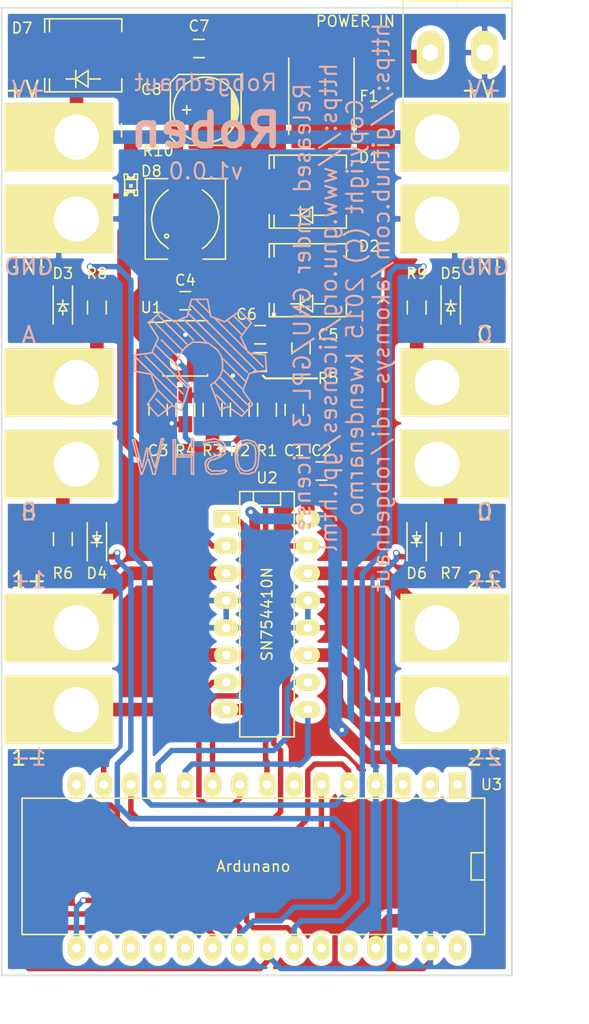
<source format=kicad_pcb>
(kicad_pcb (version 4) (host pcbnew 0.201508110901+6083~28~ubuntu14.04.1-product)
  (title_block (title Robgednaut) (date 2015-09-10) (rev 1.0.0) (company Akornsys-rdi) (comment 1 https://github.com/akornsys-rdi/robgednaut) (comment 3 "Copyright (C) 2015 kwendenarmo") (comment 4 "Released under GNU/GPL 3 License https://www.gnu.org/licenses/gpl.html"))
  (layers (0 F.Cu signal) (31 B.Cu signal) (34 B.Paste user) (35 F.Paste user) (36 B.SilkS user) (37 F.SilkS user) (38 B.Mask user) (39 F.Mask user) (44 Edge.Cuts user))
  (net 0 "")
  (net 1 "Net-(C1-Pad1)")
  (net 2 GND)
  (net 3 +5V)
  (net 4 "Net-(C3-Pad1)")
  (net 5 "Net-(C4-Pad1)")
  (net 6 "Net-(C4-Pad2)")
  (net 7 "Net-(C5-Pad1)")
  (net 8 "Net-(C6-Pad1)")
  (net 9 "Net-(D3-Pad1)")
  (net 10 "Net-(D4-Pad1)")
  (net 11 "Net-(D5-Pad1)")
  (net 12 "Net-(D6-Pad1)")
  (net 13 "Net-(D7-Pad1)")
  (net 14 "Net-(F1-Pad1)")
  (net 15 "Net-(J6-Pad1)")
  (net 16 "Net-(J7-Pad1)")
  (net 17 "Net-(J8-Pad1)")
  (net 18 "Net-(J9-Pad1)")
  (net 19 "Net-(J10-Pad1)")
  (net 20 "Net-(J11-Pad1)")
  (net 21 "Net-(J12-Pad1)")
  (net 22 "Net-(J13-Pad1)")
  (net 23 "Net-(R1-Pad2)")
  (net 24 "Net-(R3-Pad2)")
  (net 25 "Net-(U2-Pad1)")
  (net 26 "Net-(U2-Pad2)")
  (net 27 "Net-(U2-Pad7)")
  (net 28 "Net-(U2-Pad9)")
  (net 29 "Net-(U2-Pad10)")
  (net 30 "Net-(U2-Pad15)")
  (net 31 "Net-(U3-Pad1)")
  (net 32 "Net-(U3-Pad2)")
  (net 33 "Net-(U3-Pad3)")
  (net 34 "Net-(U3-Pad7)")
  (net 35 "Net-(U3-Pad15)")
  (net 36 "Net-(U3-Pad17)")
  (net 37 "Net-(U3-Pad18)")
  (net 38 "Net-(U3-Pad19)")
  (net 39 "Net-(U3-Pad20)")
  (net 40 "Net-(U3-Pad25)")
  (net 41 "Net-(U3-Pad26)")
  (net 42 "Net-(U3-Pad28)")
  (net 43 "Net-(U3-Pad30)")
  (net 44 "Net-(D8-Pad2)")
  (module Housings_DIP:DIP-32__600_ELL (layer F.Cu) (at 153.035 130.81 180)
    (fp_text reference U3 (at -22.225 7.62 180) (layer F.SilkS))
    (fp_text value Ardunano (at 0 0 180) (layer F.SilkS))
    (pad 1 thru_hole rect (at -19.05 7.62 180) (size 1.5748 2.286) (drill 0.8128) (layers *.Cu *.Mask F.SilkS) (net 31 "Net-(U3-Pad1)"))
    (pad 2 thru_hole oval (at -16.51 7.62 180) (size 1.5748 2.286) (drill 0.8128) (layers *.Cu *.Mask F.SilkS) (net 32 "Net-(U3-Pad2)"))
    (pad 3 thru_hole oval (at -13.97 7.62 180) (size 1.5748 2.286) (drill 0.8128) (layers *.Cu *.Mask F.SilkS) (net 33 "Net-(U3-Pad3)"))
    (pad 4 thru_hole oval (at -11.43 7.62 180) (size 1.5748 2.286) (drill 0.8128) (layers *.Cu *.Mask F.SilkS) (net 2 GND))
    (pad 5 thru_hole oval (at -8.89 7.62 180) (size 1.5748 2.286) (drill 0.8128) (layers *.Cu *.Mask F.SilkS) (net 9 "Net-(D3-Pad1)"))
    (pad 6 thru_hole oval (at -6.35 7.62 180) (size 1.5748 2.286) (drill 0.8128) (layers *.Cu *.Mask F.SilkS) (net 10 "Net-(D4-Pad1)"))
    (pad 7 thru_hole oval (at -3.81 7.62 180) (size 1.5748 2.286) (drill 0.8128) (layers *.Cu *.Mask F.SilkS) (net 34 "Net-(U3-Pad7)"))
    (pad 8 thru_hole oval (at -1.27 7.62 180) (size 1.5748 2.286) (drill 0.8128) (layers *.Cu *.Mask F.SilkS) (net 26 "Net-(U2-Pad2)"))
    (pad 9 thru_hole oval (at 1.27 7.62 180) (size 1.5748 2.286) (drill 0.8128) (layers *.Cu *.Mask F.SilkS) (net 27 "Net-(U2-Pad7)"))
    (pad 10 thru_hole oval (at 3.81 7.62 180) (size 1.5748 2.286) (drill 0.8128) (layers *.Cu *.Mask F.SilkS) (net 25 "Net-(U2-Pad1)"))
    (pad 11 thru_hole oval (at 6.35 7.62 180) (size 1.5748 2.286) (drill 0.8128) (layers *.Cu *.Mask F.SilkS) (net 28 "Net-(U2-Pad9)"))
    (pad 12 thru_hole oval (at 8.89 7.62 180) (size 1.5748 2.286) (drill 0.8128) (layers *.Cu *.Mask F.SilkS) (net 29 "Net-(U2-Pad10)"))
    (pad 13 thru_hole oval (at 11.43 7.62 180) (size 1.5748 2.286) (drill 0.8128) (layers *.Cu *.Mask F.SilkS) (net 30 "Net-(U2-Pad15)"))
    (pad 14 thru_hole oval (at 13.97 7.62 180) (size 1.5748 2.286) (drill 0.8128) (layers *.Cu *.Mask F.SilkS) (net 12 "Net-(D6-Pad1)"))
    (pad 15 thru_hole oval (at 16.51 7.62 180) (size 1.5748 2.286) (drill 0.8128) (layers *.Cu *.Mask F.SilkS) (net 35 "Net-(U3-Pad15)"))
    (pad 16 thru_hole oval (at 16.51 -7.62 180) (size 1.5748 2.286) (drill 0.8128) (layers *.Cu *.Mask F.SilkS) (net 11 "Net-(D5-Pad1)"))
    (pad 17 thru_hole oval (at 13.97 -7.62 180) (size 1.5748 2.286) (drill 0.8128) (layers *.Cu *.Mask F.SilkS) (net 36 "Net-(U3-Pad17)"))
    (pad 18 thru_hole oval (at 11.43 -7.62 180) (size 1.5748 2.286) (drill 0.8128) (layers *.Cu *.Mask F.SilkS) (net 37 "Net-(U3-Pad18)"))
    (pad 19 thru_hole oval (at 8.89 -7.62 180) (size 1.5748 2.286) (drill 0.8128) (layers *.Cu *.Mask F.SilkS) (net 38 "Net-(U3-Pad19)"))
    (pad 20 thru_hole oval (at 6.35 -7.62 180) (size 1.5748 2.286) (drill 0.8128) (layers *.Cu *.Mask F.SilkS) (net 39 "Net-(U3-Pad20)"))
    (pad 21 thru_hole oval (at 3.81 -7.62 180) (size 1.5748 2.286) (drill 0.8128) (layers *.Cu *.Mask F.SilkS) (net 9 "Net-(D3-Pad1)"))
    (pad 22 thru_hole oval (at 1.27 -7.62 180) (size 1.5748 2.286) (drill 0.8128) (layers *.Cu *.Mask F.SilkS) (net 10 "Net-(D4-Pad1)"))
    (pad 23 thru_hole oval (at -1.27 -7.62 180) (size 1.5748 2.286) (drill 0.8128) (layers *.Cu *.Mask F.SilkS) (net 12 "Net-(D6-Pad1)"))
    (pad 24 thru_hole oval (at -3.81 -7.62 180) (size 1.5748 2.286) (drill 0.8128) (layers *.Cu *.Mask F.SilkS) (net 11 "Net-(D5-Pad1)"))
    (pad 25 thru_hole oval (at -6.35 -7.62 180) (size 1.5748 2.286) (drill 0.8128) (layers *.Cu *.Mask F.SilkS) (net 40 "Net-(U3-Pad25)"))
    (pad 26 thru_hole oval (at -8.89 -7.62 180) (size 1.5748 2.286) (drill 0.8128) (layers *.Cu *.Mask F.SilkS) (net 41 "Net-(U3-Pad26)"))
    (pad 27 thru_hole oval (at -11.43 -7.62 180) (size 1.5748 2.286) (drill 0.8128) (layers *.Cu *.Mask F.SilkS) (net 3 +5V))
    (pad 28 thru_hole oval (at -13.97 -7.62 180) (size 1.5748 2.286) (drill 0.8128) (layers *.Cu *.Mask F.SilkS) (net 42 "Net-(U3-Pad28)"))
    (pad 29 thru_hole oval (at -16.51 -7.62 180) (size 1.5748 2.286) (drill 0.8128) (layers *.Cu *.Mask F.SilkS) (net 2 GND))
    (pad 30 thru_hole oval (at -19.05 -7.62 180) (size 1.5748 2.286) (drill 0.8128) (layers *.Cu *.Mask F.SilkS) (net 43 "Net-(U3-Pad30)"))
  )
  (module Wire_Pads:SolderWirePad_single_2-5mmDrill (layer F.Cu) (at 170.18 62.865)
    (fp_text reference J4 hide)
    (fp_text value +V (at 4.445 -4.445) (layer B.SilkS) (effects (font (thickness 0.2032)) (justify mirror)))
    (pad 1 thru_hole rect (at 0 0) (size 10.16 6.35) (drill 4.191 (offset 1.651 0)) (layers *.Cu *.Mask F.SilkS) (net 13 "Net-(D7-Pad1)"))
  )
  (module Capacitors_SMD:C_0805_HandSoldering (layer F.Cu) (at 156.845 88.265 270)
    (fp_text reference C1 (at 3.81 0 360) (layer F.SilkS))
    (fp_text value 4.7uF hide)
    (pad 1 smd rect (at -1.25 0 270) (size 1.5 1.25) (layers F.Cu F.Paste F.Mask) (net 1 "Net-(C1-Pad1)"))
    (pad 2 smd rect (at 1.25 0 270) (size 1.5 1.25) (layers F.Cu F.Paste F.Mask) (net 2 GND))
  )
  (module Capacitors_SMD:C_0805_HandSoldering (layer F.Cu) (at 159.385 93.98)
    (fp_text reference C2 (at 0 -1.905) (layer F.SilkS))
    (fp_text value 100nF hide)
    (pad 1 smd rect (at -1.25 0) (size 1.5 1.25) (layers F.Cu F.Paste F.Mask) (net 3 +5V))
    (pad 2 smd rect (at 1.25 0) (size 1.5 1.25) (layers F.Cu F.Paste F.Mask) (net 2 GND))
  )
  (module Capacitors_SMD:C_0805_HandSoldering (layer F.Cu) (at 144.145 88.265 270)
    (fp_text reference C3 (at 3.81 0 360) (layer F.SilkS))
    (fp_text value 8.2nF hide)
    (pad 1 smd rect (at -1.25 0 270) (size 1.5 1.25) (layers F.Cu F.Paste F.Mask) (net 4 "Net-(C3-Pad1)"))
    (pad 2 smd rect (at 1.25 0 270) (size 1.5 1.25) (layers F.Cu F.Paste F.Mask) (net 2 GND))
  )
  (module Capacitors_SMD:C_0805_HandSoldering (layer F.Cu) (at 146.685 78.105 180)
    (fp_text reference C4 (at 0 1.905 180) (layer F.SilkS))
    (fp_text value 100nF hide)
    (pad 1 smd rect (at -1.25 0 180) (size 1.5 1.25) (layers F.Cu F.Paste F.Mask) (net 5 "Net-(C4-Pad1)"))
    (pad 2 smd rect (at 1.25 0 180) (size 1.5 1.25) (layers F.Cu F.Paste F.Mask) (net 6 "Net-(C4-Pad2)"))
  )
  (module Capacitors_SMD:C_0805_HandSoldering (layer F.Cu) (at 157.48 82.55 90)
    (fp_text reference C5 (at 1.27 2.54 180) (layer F.SilkS))
    (fp_text value 390pF hide)
    (pad 1 smd rect (at -1.25 0 90) (size 1.5 1.25) (layers F.Cu F.Paste F.Mask) (net 7 "Net-(C5-Pad1)"))
    (pad 2 smd rect (at 1.25 0 90) (size 1.5 1.25) (layers F.Cu F.Paste F.Mask) (net 2 GND))
  )
  (module Capacitors_SMD:C_0805_HandSoldering (layer F.Cu) (at 153.67 81.28)
    (fp_text reference C6 (at -1.27 -1.905) (layer F.SilkS))
    (fp_text value 7pF hide)
    (pad 1 smd rect (at -1.25 0) (size 1.5 1.25) (layers F.Cu F.Paste F.Mask) (net 8 "Net-(C6-Pad1)"))
    (pad 2 smd rect (at 1.25 0) (size 1.5 1.25) (layers F.Cu F.Paste F.Mask) (net 2 GND))
  )
  (module Capacitors_SMD:C_0805_HandSoldering (layer F.Cu) (at 147.955 54.61)
    (fp_text reference C7 (at 0 -2.1) (layer F.SilkS))
    (fp_text value 22uF hide)
    (pad 1 smd rect (at -1.25 0) (size 1.5 1.25) (layers F.Cu F.Paste F.Mask) (net 3 +5V))
    (pad 2 smd rect (at 1.25 0) (size 1.5 1.25) (layers F.Cu F.Paste F.Mask) (net 2 GND))
  )
  (module Capacitors_SMD:c_elec_6.3x5.3 (layer F.Cu) (at 148.59 60.325 180)
    (fp_text reference C8 (at 5.08 1.905 180) (layer F.SilkS))
    (fp_text value 100uF hide)
    (pad 1 smd rect (at 2.75082 0 180) (size 3.59918 1.6002) (layers F.Cu F.Paste F.Mask) (net 3 +5V))
    (pad 2 smd rect (at -2.75082 0 180) (size 3.59918 1.6002) (layers F.Cu F.Paste F.Mask) (net 2 GND))
  )
  (module Diodes_SMD:Diode-SMC_Handsoldering (layer F.Cu) (at 158.115 67.945)
    (fp_text reference D1 (at 5.715 -3.175) (layer F.SilkS))
    (fp_text value B340 hide)
    (pad 1 smd rect (at -4.39928 0 90) (size 3.29946 4.50088) (layers F.Cu F.Paste F.Mask) (net 1 "Net-(C1-Pad1)"))
    (pad 2 smd rect (at 4.39928 0 90) (size 3.29946 4.49834) (layers F.Cu F.Paste F.Mask) (net 2 GND))
  )
  (module Diodes_SMD:Diode-SMC_Handsoldering (layer F.Cu) (at 158.115 76.2)
    (fp_text reference D2 (at 5.715 -3.175) (layer F.SilkS))
    (fp_text value B340 hide)
    (pad 1 smd rect (at -4.39928 0 90) (size 3.29946 4.50088) (layers F.Cu F.Paste F.Mask) (net 5 "Net-(C4-Pad1)"))
    (pad 2 smd rect (at 4.39928 0 90) (size 3.29946 4.49834) (layers F.Cu F.Paste F.Mask) (net 2 GND))
  )
  (module Diodes_SMD:SOD-123 (layer F.Cu) (at 135.255 78.74 270)
    (fp_text reference D3 (at -3.175 0 360) (layer F.SilkS))
    (fp_text value 5V1 hide)
    (pad 1 smd rect (at -1.635 0 270) (size 0.91 1.22) (layers F.Cu F.Paste F.Mask) (net 9 "Net-(D3-Pad1)"))
    (pad 2 smd rect (at 1.635 0 270) (size 0.91 1.22) (layers F.Cu F.Paste F.Mask) (net 2 GND))
  )
  (module Diodes_SMD:SOD-123 (layer F.Cu) (at 138.43 100.33 90)
    (fp_text reference D4 (at -3.175 0 180) (layer F.SilkS))
    (fp_text value 5V1 hide)
    (pad 1 smd rect (at -1.635 0 90) (size 0.91 1.22) (layers F.Cu F.Paste F.Mask) (net 10 "Net-(D4-Pad1)"))
    (pad 2 smd rect (at 1.635 0 90) (size 0.91 1.22) (layers F.Cu F.Paste F.Mask) (net 2 GND))
  )
  (module Diodes_SMD:SOD-123 (layer F.Cu) (at 171.45 78.74 270)
    (fp_text reference D5 (at -3.175 0 360) (layer F.SilkS))
    (fp_text value 5V1 hide)
    (pad 1 smd rect (at -1.635 0 270) (size 0.91 1.22) (layers F.Cu F.Paste F.Mask) (net 11 "Net-(D5-Pad1)"))
    (pad 2 smd rect (at 1.635 0 270) (size 0.91 1.22) (layers F.Cu F.Paste F.Mask) (net 2 GND))
  )
  (module Diodes_SMD:SOD-123 (layer F.Cu) (at 168.275 100.33 90)
    (fp_text reference D6 (at -3.175 0 180) (layer F.SilkS))
    (fp_text value 5V1 hide)
    (pad 1 smd rect (at -1.635 0 90) (size 0.91 1.22) (layers F.Cu F.Paste F.Mask) (net 12 "Net-(D6-Pad1)"))
    (pad 2 smd rect (at 1.635 0 90) (size 0.91 1.22) (layers F.Cu F.Paste F.Mask) (net 2 GND))
  )
  (module Diodes_SMD:Diode-SMC_Handsoldering (layer F.Cu) (at 137.16 55.245)
    (fp_text reference D7 (at -5.715 -2.54) (layer F.SilkS))
    (fp_text value B340 hide)
    (pad 1 smd rect (at -4.39928 0 90) (size 3.29946 4.50088) (layers F.Cu F.Paste F.Mask) (net 13 "Net-(D7-Pad1)"))
    (pad 2 smd rect (at 4.39928 0 90) (size 3.29946 4.49834) (layers F.Cu F.Paste F.Mask) (net 3 +5V))
  )
  (module Fuse_Holders_and_Fuses:Fuse_SMD2920 (layer F.Cu) (at 159.385 59.055 270)
    (fp_text reference F1 (at 0 -4.445 360) (layer F.SilkS))
    (fp_text value "2A PPTC" hide)
    (pad 1 smd rect (at -3.7 0) (size 5.6 2.3) (layers F.Cu F.Paste F.Mask) (net 14 "Net-(F1-Pad1)"))
    (pad 2 smd rect (at 3.7 0) (size 5.6 2.3) (layers F.Cu F.Paste F.Mask) (net 1 "Net-(C1-Pad1)"))
  )
  (module Wire_Pads:SolderWirePad_single_2-5mmDrill (layer F.Cu) (at 136.525 62.865)
    (fp_text reference J2 hide)
    (fp_text value +V (at -4.445 -4.445) (layer B.SilkS) (effects (font (thickness 0.2032)) (justify mirror)))
    (pad 1 thru_hole rect (at 0 0) (size 10.16 6.35) (drill 4.191 (offset -1.651 0)) (layers *.Cu *.Mask F.SilkS) (net 13 "Net-(D7-Pad1)"))
  )
  (module Wire_Pads:SolderWirePad_single_2-5mmDrill (layer F.Cu) (at 136.525 70.485)
    (fp_text reference J3 hide)
    (fp_text value GND (at -4.445 4.445) (layer B.SilkS) (effects (font (thickness 0.2032)) (justify mirror)))
    (pad 1 thru_hole rect (at 0 0) (size 10.16 6.35) (drill 4.191 (offset -1.651 0)) (layers *.Cu *.Mask F.SilkS) (net 2 GND))
  )
  (module Wire_Pads:SolderWirePad_single_2-5mmDrill (layer F.Cu) (at 170.18 70.485)
    (fp_text reference J5 hide)
    (fp_text value GND (at 4.445 4.445) (layer B.SilkS) (effects (font (thickness 0.2032)) (justify mirror)))
    (pad 1 thru_hole rect (at 0 0) (size 10.16 6.35) (drill 4.191 (offset 1.651 0)) (layers *.Cu *.Mask F.SilkS) (net 2 GND))
  )
  (module Wire_Pads:SolderWirePad_single_2-5mmDrill (layer F.Cu) (at 136.525 85.725)
    (fp_text reference J6 hide)
    (fp_text value A (at -4.445 -4.445) (layer B.SilkS) (effects (font (thickness 0.2032)) (justify mirror)))
    (pad 1 thru_hole rect (at 0 0) (size 10.16 6.35) (drill 4.191 (offset -1.651 0)) (layers *.Cu *.Mask F.SilkS) (net 15 "Net-(J6-Pad1)"))
  )
  (module Wire_Pads:SolderWirePad_single_2-5mmDrill (layer F.Cu) (at 136.525 93.345)
    (fp_text reference J7 hide)
    (fp_text value B (at -4.445 4.445) (layer B.SilkS) (effects (font (thickness 0.2032)) (justify mirror)))
    (pad 1 thru_hole rect (at 0 0) (size 10.16 6.35) (drill 4.191 (offset -1.651 0)) (layers *.Cu *.Mask F.SilkS) (net 16 "Net-(J7-Pad1)"))
  )
  (module Wire_Pads:SolderWirePad_single_2-5mmDrill (layer F.Cu) (at 170.18 85.725)
    (fp_text reference J8 hide)
    (fp_text value C (at 4.445 -4.445) (layer B.SilkS) (effects (font (thickness 0.2032)) (justify mirror)))
    (pad 1 thru_hole rect (at 0 0) (size 10.16 6.35) (drill 4.191 (offset 1.651 0)) (layers *.Cu *.Mask F.SilkS) (net 17 "Net-(J8-Pad1)"))
  )
  (module Wire_Pads:SolderWirePad_single_2-5mmDrill (layer F.Cu) (at 170.18 93.345)
    (fp_text reference J9 hide)
    (fp_text value D (at 4.445 4.445) (layer B.SilkS) (effects (font (thickness 0.2032)) (justify mirror)))
    (pad 1 thru_hole rect (at 0 0) (size 10.16 6.35) (drill 4.191 (offset 1.651 0)) (layers *.Cu *.Mask F.SilkS) (net 18 "Net-(J9-Pad1)"))
  )
  (module Wire_Pads:SolderWirePad_single_2-5mmDrill (layer F.Cu) (at 136.525 108.585)
    (fp_text reference J10 hide)
    (fp_text value 1+ (at -4.445 -4.445) (layer B.SilkS) (effects (font (thickness 0.2032)) (justify mirror)))
    (pad 1 thru_hole rect (at 0 0) (size 10.16 6.35) (drill 4.191 (offset -1.651 0)) (layers *.Cu *.Mask F.SilkS) (net 19 "Net-(J10-Pad1)"))
  )
  (module Wire_Pads:SolderWirePad_single_2-5mmDrill (layer F.Cu) (at 136.525 116.205)
    (fp_text reference J11 hide)
    (fp_text value 1- (at -4.445 4.445) (layer B.SilkS) (effects (font (thickness 0.2032)) (justify mirror)))
    (pad 1 thru_hole rect (at 0 0) (size 10.16 6.35) (drill 4.191 (offset -1.651 0)) (layers *.Cu *.Mask F.SilkS) (net 20 "Net-(J11-Pad1)"))
  )
  (module Wire_Pads:SolderWirePad_single_2-5mmDrill (layer F.Cu) (at 170.18 116.205)
    (fp_text reference J12 hide)
    (fp_text value 2- (at 4.445 4.445) (layer B.SilkS) (effects (font (thickness 0.2032)) (justify mirror)))
    (pad 1 thru_hole rect (at 0 0) (size 10.16 6.35) (drill 4.191 (offset 1.651 0)) (layers *.Cu *.Mask F.SilkS) (net 21 "Net-(J12-Pad1)"))
  )
  (module Wire_Pads:SolderWirePad_single_2-5mmDrill (layer F.Cu) (at 170.18 108.585)
    (fp_text reference J13 hide)
    (fp_text value 2+ (at 4.445 -4.445) (layer B.SilkS) (effects (font (thickness 0.2032)) (justify mirror)))
    (pad 1 thru_hole rect (at 0 0) (size 10.16 6.35) (drill 4.191 (offset 1.651 0)) (layers *.Cu *.Mask F.SilkS) (net 22 "Net-(J13-Pad1)"))
  )
  (module Choke_SMD:Choke_SMD_Wuerth-WE-PD-Typ-M-Typ-S_Handsoldering (layer F.Cu) (at 146.685 70.485 90)
    (fp_text reference L1 (at 0 -8.89 90) (layer F.SilkS))
    (fp_text value 8.2uH hide)
    (pad 1 smd rect (at -4.20116 0 90) (size 3.59918 2.19964) (layers F.Cu F.Paste F.Mask) (net 5 "Net-(C4-Pad1)"))
    (pad 2 smd rect (at 4.20116 0 90) (size 3.59918 2.19964) (layers F.Cu F.Paste F.Mask) (net 3 +5V))
  )
  (module Resistors_SMD:R_0805_HandSoldering (layer F.Cu) (at 154.305 88.265 270)
    (fp_text reference R1 (at 3.81 0 360) (layer F.SilkS))
    (fp_text value 10k hide)
    (pad 1 smd rect (at -1.35 0 270) (size 1.5 1.3) (layers F.Cu F.Paste F.Mask) (net 1 "Net-(C1-Pad1)"))
    (pad 2 smd rect (at 1.35 0 270) (size 1.5 1.3) (layers F.Cu F.Paste F.Mask) (net 23 "Net-(R1-Pad2)"))
  )
  (module Resistors_SMD:R_0805_HandSoldering (layer F.Cu) (at 151.765 88.265 90)
    (fp_text reference R2 (at -3.81 0 180) (layer F.SilkS))
    (fp_text value 1M hide)
    (pad 1 smd rect (at -1.35 0 90) (size 1.5 1.3) (layers F.Cu F.Paste F.Mask) (net 23 "Net-(R1-Pad2)"))
    (pad 2 smd rect (at 1.35 0 90) (size 1.5 1.3) (layers F.Cu F.Paste F.Mask) (net 2 GND))
  )
  (module Resistors_SMD:R_0805_HandSoldering (layer F.Cu) (at 149.225 88.265 90)
    (fp_text reference R3 (at -3.81 0 180) (layer F.SilkS))
    (fp_text value 10k hide)
    (pad 1 smd rect (at -1.35 0 90) (size 1.5 1.3) (layers F.Cu F.Paste F.Mask) (net 3 +5V))
    (pad 2 smd rect (at 1.35 0 90) (size 1.5 1.3) (layers F.Cu F.Paste F.Mask) (net 24 "Net-(R3-Pad2)"))
  )
  (module Resistors_SMD:R_0805_HandSoldering (layer F.Cu) (at 146.685 88.265 270)
    (fp_text reference R4 (at 3.81 0 360) (layer F.SilkS))
    (fp_text value 2k hide)
    (pad 1 smd rect (at -1.35 0 270) (size 1.5 1.3) (layers F.Cu F.Paste F.Mask) (net 24 "Net-(R3-Pad2)"))
    (pad 2 smd rect (at 1.35 0 270) (size 1.5 1.3) (layers F.Cu F.Paste F.Mask) (net 2 GND))
  )
  (module Resistors_SMD:R_0805_HandSoldering (layer F.Cu) (at 153.67 83.82)
    (fp_text reference R5 (at 6.35 1.524) (layer F.SilkS))
    (fp_text value 63.4k hide)
    (pad 1 smd rect (at -1.35 0) (size 1.5 1.3) (layers F.Cu F.Paste F.Mask) (net 8 "Net-(C6-Pad1)"))
    (pad 2 smd rect (at 1.35 0) (size 1.5 1.3) (layers F.Cu F.Paste F.Mask) (net 7 "Net-(C5-Pad1)"))
  )
  (module Resistors_SMD:R_0805_HandSoldering (layer F.Cu) (at 135.255 100.33 270)
    (fp_text reference R6 (at 3.175 0 360) (layer F.SilkS))
    (fp_text value 220R hide)
    (pad 1 smd rect (at -1.35 0 270) (size 1.5 1.3) (layers F.Cu F.Paste F.Mask) (net 16 "Net-(J7-Pad1)"))
    (pad 2 smd rect (at 1.35 0 270) (size 1.5 1.3) (layers F.Cu F.Paste F.Mask) (net 10 "Net-(D4-Pad1)"))
  )
  (module Resistors_SMD:R_0805_HandSoldering (layer F.Cu) (at 171.45 100.33 270)
    (fp_text reference R7 (at 3.175 0 360) (layer F.SilkS))
    (fp_text value 220R hide)
    (pad 1 smd rect (at -1.35 0 270) (size 1.5 1.3) (layers F.Cu F.Paste F.Mask) (net 18 "Net-(J9-Pad1)"))
    (pad 2 smd rect (at 1.35 0 270) (size 1.5 1.3) (layers F.Cu F.Paste F.Mask) (net 12 "Net-(D6-Pad1)"))
  )
  (module Resistors_SMD:R_0805_HandSoldering (layer F.Cu) (at 138.43 78.74 90)
    (fp_text reference R8 (at 3.175 0 180) (layer F.SilkS))
    (fp_text value 220R hide)
    (pad 1 smd rect (at -1.35 0 90) (size 1.5 1.3) (layers F.Cu F.Paste F.Mask) (net 15 "Net-(J6-Pad1)"))
    (pad 2 smd rect (at 1.35 0 90) (size 1.5 1.3) (layers F.Cu F.Paste F.Mask) (net 9 "Net-(D3-Pad1)"))
  )
  (module Resistors_SMD:R_0805_HandSoldering (layer F.Cu) (at 168.275 78.74 90)
    (fp_text reference R9 (at 3.175 0 180) (layer F.SilkS))
    (fp_text value 220R hide)
    (pad 1 smd rect (at -1.35 0 90) (size 1.5 1.3) (layers F.Cu F.Paste F.Mask) (net 17 "Net-(J8-Pad1)"))
    (pad 2 smd rect (at 1.35 0 90) (size 1.5 1.3) (layers F.Cu F.Paste F.Mask) (net 11 "Net-(D5-Pad1)"))
  )
  (module Housings_SOIC:SOIC-8_3.9x4.9mm_Pitch1.27mm (layer F.Cu) (at 146.685 82.55)
    (fp_text reference U1 (at -3.175 -3.81) (layer F.SilkS))
    (fp_text value TPS54232 hide)
    (pad 1 smd rect (at -2.7 -1.905) (size 1.55 0.6) (layers F.Cu F.Paste F.Mask) (net 6 "Net-(C4-Pad2)"))
    (pad 2 smd rect (at -2.7 -0.635) (size 1.55 0.6) (layers F.Cu F.Paste F.Mask) (net 1 "Net-(C1-Pad1)"))
    (pad 3 smd rect (at -2.7 0.635) (size 1.55 0.6) (layers F.Cu F.Paste F.Mask) (net 23 "Net-(R1-Pad2)"))
    (pad 4 smd rect (at -2.7 1.905) (size 1.55 0.6) (layers F.Cu F.Paste F.Mask) (net 4 "Net-(C3-Pad1)"))
    (pad 5 smd rect (at 2.7 1.905) (size 1.55 0.6) (layers F.Cu F.Paste F.Mask) (net 24 "Net-(R3-Pad2)"))
    (pad 6 smd rect (at 2.7 0.635) (size 1.55 0.6) (layers F.Cu F.Paste F.Mask) (net 8 "Net-(C6-Pad1)"))
    (pad 7 smd rect (at 2.7 -0.635) (size 1.55 0.6) (layers F.Cu F.Paste F.Mask) (net 2 GND))
    (pad 8 smd rect (at 2.7 -1.905) (size 1.55 0.6) (layers F.Cu F.Paste F.Mask) (net 5 "Net-(C4-Pad1)"))
  )
  (module Housings_DIP:DIP-16__300_ELL (layer F.Cu) (at 154.305 107.315 270)
    (fp_text reference U2 (at -12.7 0 360) (layer F.SilkS))
    (fp_text value SN754410N (at 0 0 270) (layer F.SilkS))
    (pad 1 thru_hole rect (at -8.89 3.81 270) (size 1.5748 2.286) (drill 0.8128) (layers *.Cu *.Mask F.SilkS) (net 25 "Net-(U2-Pad1)"))
    (pad 2 thru_hole oval (at -6.35 3.81 270) (size 1.5748 2.286) (drill 0.8128) (layers *.Cu *.Mask F.SilkS) (net 26 "Net-(U2-Pad2)"))
    (pad 3 thru_hole oval (at -3.81 3.81 270) (size 1.5748 2.286) (drill 0.8128) (layers *.Cu *.Mask F.SilkS) (net 19 "Net-(J10-Pad1)"))
    (pad 4 thru_hole oval (at -1.27 3.81 270) (size 1.5748 2.286) (drill 0.8128) (layers *.Cu *.Mask F.SilkS) (net 2 GND))
    (pad 5 thru_hole oval (at 1.27 3.81 270) (size 1.5748 2.286) (drill 0.8128) (layers *.Cu *.Mask F.SilkS) (net 2 GND))
    (pad 6 thru_hole oval (at 3.81 3.81 270) (size 1.5748 2.286) (drill 0.8128) (layers *.Cu *.Mask F.SilkS) (net 20 "Net-(J11-Pad1)"))
    (pad 7 thru_hole oval (at 6.35 3.81 270) (size 1.5748 2.286) (drill 0.8128) (layers *.Cu *.Mask F.SilkS) (net 27 "Net-(U2-Pad7)"))
    (pad 8 thru_hole oval (at 8.89 3.81 270) (size 1.5748 2.286) (drill 0.8128) (layers *.Cu *.Mask F.SilkS) (net 3 +5V))
    (pad 9 thru_hole oval (at 8.89 -3.81 270) (size 1.5748 2.286) (drill 0.8128) (layers *.Cu *.Mask F.SilkS) (net 28 "Net-(U2-Pad9)"))
    (pad 10 thru_hole oval (at 6.35 -3.81 270) (size 1.5748 2.286) (drill 0.8128) (layers *.Cu *.Mask F.SilkS) (net 29 "Net-(U2-Pad10)"))
    (pad 11 thru_hole oval (at 3.81 -3.81 270) (size 1.5748 2.286) (drill 0.8128) (layers *.Cu *.Mask F.SilkS) (net 21 "Net-(J12-Pad1)"))
    (pad 12 thru_hole oval (at 1.27 -3.81 270) (size 1.5748 2.286) (drill 0.8128) (layers *.Cu *.Mask F.SilkS) (net 2 GND))
    (pad 13 thru_hole oval (at -1.27 -3.81 270) (size 1.5748 2.286) (drill 0.8128) (layers *.Cu *.Mask F.SilkS) (net 2 GND))
    (pad 14 thru_hole oval (at -3.81 -3.81 270) (size 1.5748 2.286) (drill 0.8128) (layers *.Cu *.Mask F.SilkS) (net 22 "Net-(J13-Pad1)"))
    (pad 15 thru_hole oval (at -6.35 -3.81 270) (size 1.5748 2.286) (drill 0.8128) (layers *.Cu *.Mask F.SilkS) (net 30 "Net-(U2-Pad15)"))
    (pad 16 thru_hole oval (at -8.89 -3.81 270) (size 1.5748 2.286) (drill 0.8128) (layers *.Cu *.Mask F.SilkS) (net 3 +5V))
  )
  (module LEDs:LED-0805 (layer F.Cu) (at 141.605 67.31 90)
    (fp_text reference D8 (at 1.27 1.905 180) (layer F.SilkS))
    (fp_text value LED hide)
    (pad 2 smd rect (at 1.04902 0 270) (size 1.19888 1.19888) (layers F.Cu F.Paste F.Mask) (net 44 "Net-(D8-Pad2)"))
    (pad 1 smd rect (at -1.04902 0 270) (size 1.19888 1.19888) (layers F.Cu F.Paste F.Mask) (net 2 GND))
  )
  (module Resistors_SMD:R_0805_HandSoldering (layer F.Cu) (at 141.605 62.23 270)
    (fp_text reference R10 (at 1.905 -2.54 360) (layer F.SilkS))
    (fp_text value 220R hide)
    (pad 1 smd rect (at -1.35 0 270) (size 1.5 1.3) (layers F.Cu F.Paste F.Mask) (net 3 +5V))
    (pad 2 smd rect (at 1.35 0 270) (size 1.5 1.3) (layers F.Cu F.Paste F.Mask) (net 44 "Net-(D8-Pad2)"))
  )
  (module Symbols:Symbol_OSHW-Logo_SilkScreen_BIG (layer B.Cu) (at 147.955 64.77 180)
    (fp_text reference REF** hide)
    (fp_text value Symbol_OSHW-Logo_SilkScreen_BIG hide)
  )
  (module asrdi-conn:MKDSN-1985946-02 (layer F.Cu) (at 174.625 53.975 180)
    (fp_text reference J1 (at 5.207 -6.35 180) (layer F.SilkS))
    (fp_text value "POWER IN" (at 12.065 1.905 180) (layer F.SilkS))
    (pad 2 thru_hole oval (at 5.08 -1.016 180) (size 2.54 4.064) (drill 1.524) (layers *.Cu *.Mask F.SilkS) (net 14 "Net-(F1-Pad1)"))
    (pad 1 thru_hole oval (at 0 -1.016 180) (size 2.54 4.064) (drill 1.524) (layers *.Cu *.Mask F.SilkS) (net 2 GND))
  )
  (gr_text 2- (at 174.625 120.65) (layer F.SilkS) (effects (font (thickness 0.2032))))
  (gr_text 2+ (at 174.625 104.14) (layer F.SilkS) (effects (font (thickness 0.2032))))
  (gr_text 1- (at 132.08 120.65) (layer F.SilkS) (effects (font (thickness 0.2032))))
  (gr_text 1+ (at 132.08 104.14) (layer F.SilkS) (effects (font (thickness 0.2032))))
  (gr_text +V (at 131.445 58.42) (layer F.SilkS) (effects (font (thickness 0.2032))))
  (gr_text +V (at 173.99 58.42) (layer F.SilkS) (effects (font (thickness 0.2032))))
  (gr_text GND (at 174.625 74.93) (layer F.SilkS) (effects (font (thickness 0.2032))))
  (gr_text GND (at 132.08 74.93) (layer F.SilkS) (effects (font (thickness 0.2032))))
  (gr_text C (at 174.625 81.28) (layer F.SilkS) (effects (font (thickness 0.2032))))
  (gr_text D (at 174.625 97.79) (layer F.SilkS) (effects (font (thickness 0.2032))))
  (gr_text B (at 132.08 97.79) (layer F.SilkS) (effects (font (thickness 0.2032))))
  (gr_text A (at 132.08 81.28) (layer F.SilkS) (effects (font (thickness 0.2032))))
  (gr_text v1.0.0 (at 148.59 66.04) (layer B.SilkS) (effects (font (thickness 0.2032)) (justify mirror)))
  (gr_text Robgednaut (at 148.59 57.785) (layer B.SilkS) (effects (font (thickness 0.2032)) (justify mirror)))
  (gr_text Roben (at 148.59 62.23) (layer B.SilkS) (effects (font (size 3.048 3.048) (thickness 0.6096)) (justify mirror)))
  (gr_text "Released under GNU/GPL 3 License\nhttps://www.gnu.org/licenses/gpl.html\nCopyright (C) 2015 kwendenarmo\nhttps://github.com/akornsys-rdi/robgednaut" (at 161.29 78.74 90) (layer B.SilkS) (effects (font (thickness 0.2032)) (justify mirror)))
  (gr_line (start 154.178 85.344) (end 159.004 85.344) (angle 90) (layer F.SilkS) (width 0.2))
  (gr_line (start 153.924 85.09) (end 154.178 85.344) (angle 90) (layer F.SilkS) (width 0.2))
  (gr_line (start 129.54 140.97) (end 129.54 50.8) (angle 90) (layer Edge.Cuts) (width 0.15))
  (gr_line (start 177.165 50.8) (end 177.165 140.97) (angle 90) (layer Edge.Cuts) (width 0.15))
  (gr_line (start 177.165 140.97) (end 129.54 140.97) (angle 90) (layer Edge.Cuts) (width 0.15))
  (gr_line (start 129.54 50.8) (end 177.165 50.8) (angle 90) (layer Edge.Cuts) (width 0.15))
  (segment (start 156.845 87.015) (end 154.405 87.015) (width 1.27) (layer F.Cu) (net 1))
  (segment (start 154.405 87.015) (end 154.305 86.915) (width 1.27) (layer F.Cu) (net 1))
  (segment (start 159.385 62.755) (end 159.385 64.77) (width 1.27) (layer F.Cu) (net 1))
  (segment (start 159.385 64.77) (end 158.115 66.04) (width 1.27) (layer F.Cu) (net 1))
  (segment (start 153.71572 67.945) (end 156.21 67.945) (width 1.27) (layer F.Cu) (net 1))
  (segment (start 156.21 67.945) (end 158.115 66.04) (width 1.27) (layer F.Cu) (net 1))
  (segment (start 158.115 71.755) (end 158.115 66.04) (width 1.27) (layer F.Cu) (net 1))
  (segment (start 158.115 71.755) (end 158.115 78.105) (width 1.27) (layer F.Cu) (net 1))
  (segment (start 158.115 78.105) (end 160.02 80.01) (width 1.27) (layer F.Cu) (net 1))
  (segment (start 160.02 80.01) (end 160.02 85.725) (width 1.27) (layer F.Cu) (net 1))
  (segment (start 160.02 85.725) (end 158.73 87.015) (width 1.27) (layer F.Cu) (net 1))
  (segment (start 154.405 87.015) (end 158.73 87.015) (width 1.27) (layer F.Cu) (net 1))
  (segment (start 142.875 76.835) (end 142.875 73.025) (width 1.27) (layer F.Cu) (net 1))
  (segment (start 142.875 81.915) (end 142.24 81.28) (width 0.762) (layer F.Cu) (net 1))
  (segment (start 142.24 81.28) (end 142.24 77.47) (width 0.762) (layer F.Cu) (net 1))
  (segment (start 142.24 77.47) (end 142.875 76.835) (width 0.762) (layer F.Cu) (net 1))
  (segment (start 143.985 81.915) (end 142.875 81.915) (width 0.762) (layer F.Cu) (net 1))
  (segment (start 149.225 70.485) (end 151.765 67.945) (width 1.27) (layer F.Cu) (net 1))
  (segment (start 145.415 70.485) (end 149.225 70.485) (width 1.27) (layer F.Cu) (net 1))
  (segment (start 142.875 73.025) (end 145.415 70.485) (width 1.27) (layer F.Cu) (net 1))
  (segment (start 151.765 67.945) (end 153.71572 67.945) (width 1.27) (layer F.Cu) (net 1))
  (segment (start 153.71572 67.945) (end 154.305 67.945) (width 1.27) (layer F.Cu) (net 1))
  (segment (start 154.405 87.015) (end 154.305 86.915) (width 1.27) (layer F.Cu) (net 1))
  (segment (start 169.545 138.43) (end 169.545 139.7) (width 0.508) (layer F.Cu) (net 2))
  (segment (start 164.465 130.175) (end 164.465 123.19) (width 0.508) (layer F.Cu) (net 2))
  (segment (start 160.655 133.985) (end 164.465 130.175) (width 0.508) (layer F.Cu) (net 2))
  (segment (start 160.655 139.7) (end 160.655 133.985) (width 0.508) (layer F.Cu) (net 2))
  (segment (start 161.29 140.335) (end 160.655 139.7) (width 0.508) (layer F.Cu) (net 2))
  (segment (start 168.91 140.335) (end 161.29 140.335) (width 0.508) (layer F.Cu) (net 2))
  (segment (start 169.545 139.7) (end 168.91 140.335) (width 0.508) (layer F.Cu) (net 2))
  (segment (start 168.275 98.695) (end 168.275 100.33) (width 0.508) (layer F.Cu) (net 2))
  (via (at 168.275 100.33) (size 0.6) (drill 0.4) (layers F.Cu B.Cu) (net 2))
  (segment (start 138.43 98.695) (end 138.43 100.33) (width 0.508) (layer F.Cu) (net 2))
  (via (at 138.43 100.33) (size 0.6) (drill 0.4) (layers F.Cu B.Cu) (net 2))
  (segment (start 151.765 86.915) (end 151.765 85.725) (width 0.508) (layer F.Cu) (net 2))
  (via (at 151.13 85.09) (size 0.6) (drill 0.4) (layers F.Cu B.Cu) (net 2))
  (segment (start 151.765 85.725) (end 151.13 85.09) (width 0.508) (layer F.Cu) (net 2))
  (segment (start 154.92 81.28) (end 154.92 79.395) (width 0.508) (layer F.Cu) (net 2))
  (via (at 154.94 79.375) (size 0.6) (drill 0.4) (layers F.Cu B.Cu) (net 2))
  (segment (start 154.92 79.395) (end 154.94 79.375) (width 0.508) (layer F.Cu) (net 2))
  (segment (start 145.495 89.615) (end 145.415 89.535) (width 0.508) (layer F.Cu) (net 2))
  (via (at 145.415 89.535) (size 0.6) (drill 0.4) (layers F.Cu B.Cu) (net 2))
  (segment (start 145.495 89.615) (end 146.685 89.615) (width 0.508) (layer F.Cu) (net 2))
  (segment (start 145.395 89.515) (end 145.415 89.535) (width 0.508) (layer F.Cu) (net 2))
  (segment (start 149.385 81.915) (end 147.32 81.915) (width 0.508) (layer F.Cu) (net 2))
  (via (at 146.685 81.28) (size 0.6) (drill 0.4) (layers F.Cu B.Cu) (net 2))
  (segment (start 147.32 81.915) (end 146.685 81.28) (width 0.508) (layer F.Cu) (net 2))
  (segment (start 141.605 68.35902) (end 138.65098 68.35902) (width 0.508) (layer F.Cu) (net 2))
  (segment (start 138.65098 68.35902) (end 136.525 70.485) (width 0.508) (layer F.Cu) (net 2))
  (segment (start 173.355 135.89) (end 175.26 135.89) (width 1.27) (layer F.Cu) (net 3))
  (segment (start 164.465 137.16) (end 165.735 135.89) (width 1.27) (layer F.Cu) (net 3))
  (segment (start 165.735 135.89) (end 173.355 135.89) (width 1.27) (layer F.Cu) (net 3))
  (segment (start 173.355 120.65) (end 163.83 120.65) (width 1.27) (layer F.Cu) (net 3))
  (segment (start 163.83 120.65) (end 163.195 120.015) (width 1.27) (layer F.Cu) (net 3))
  (segment (start 158.115 98.425) (end 159.385 98.425) (width 1.27) (layer B.Cu) (net 3))
  (segment (start 163.195 120.015) (end 161.29 118.11) (width 1.27) (layer F.Cu) (net 3))
  (via (at 161.29 118.11) (size 0.6) (drill 0.4) (layers F.Cu B.Cu) (net 3))
  (segment (start 161.29 118.11) (end 160.655 117.475) (width 1.27) (layer B.Cu) (net 3))
  (segment (start 160.655 117.475) (end 160.655 99.695) (width 1.27) (layer B.Cu) (net 3))
  (segment (start 160.655 99.695) (end 159.385 98.425) (width 1.27) (layer B.Cu) (net 3))
  (segment (start 164.465 137.16) (end 164.465 138.43) (width 1.27) (layer F.Cu) (net 3))
  (segment (start 175.26 120.65) (end 173.355 120.65) (width 1.27) (layer F.Cu) (net 3))
  (segment (start 175.895 121.285) (end 175.26 120.65) (width 1.27) (layer F.Cu) (net 3))
  (segment (start 175.895 135.255) (end 175.895 121.285) (width 1.27) (layer F.Cu) (net 3))
  (segment (start 175.26 135.89) (end 175.895 135.255) (width 1.27) (layer F.Cu) (net 3))
  (segment (start 150.495 116.205) (end 152.019 116.205) (width 1.016) (layer F.Cu) (net 3))
  (segment (start 153.416 98.425) (end 158.115 98.425) (width 1.016) (layer B.Cu) (net 3))
  (segment (start 152.781 97.79) (end 153.416 98.425) (width 1.016) (layer B.Cu) (net 3))
  (via (at 152.781 97.79) (size 0.6) (drill 0.4) (layers F.Cu B.Cu) (net 3))
  (segment (start 153.162 98.171) (end 152.781 97.79) (width 1.016) (layer F.Cu) (net 3))
  (segment (start 153.162 115.062) (end 153.162 98.171) (width 1.016) (layer F.Cu) (net 3))
  (segment (start 152.019 116.205) (end 153.162 115.062) (width 1.016) (layer F.Cu) (net 3))
  (segment (start 146.685 66.28384) (end 144.53616 66.28384) (width 1.27) (layer F.Cu) (net 3))
  (segment (start 148.59 92.075) (end 149.225 92.71) (width 1.27) (layer F.Cu) (net 3))
  (segment (start 142.24 92.075) (end 148.59 92.075) (width 1.27) (layer F.Cu) (net 3))
  (segment (start 140.97 90.805) (end 142.24 92.075) (width 1.27) (layer F.Cu) (net 3))
  (segment (start 140.97 71.755) (end 140.97 90.805) (width 1.27) (layer F.Cu) (net 3))
  (segment (start 141.605 71.12) (end 140.97 71.755) (width 1.27) (layer F.Cu) (net 3))
  (segment (start 142.24 71.12) (end 141.605 71.12) (width 1.27) (layer F.Cu) (net 3))
  (segment (start 142.875 70.485) (end 142.24 71.12) (width 1.27) (layer F.Cu) (net 3))
  (segment (start 143.51 69.85) (end 142.875 70.485) (width 1.27) (layer F.Cu) (net 3))
  (segment (start 143.51 67.31) (end 143.51 69.85) (width 1.27) (layer F.Cu) (net 3))
  (segment (start 144.53616 66.28384) (end 143.51 67.31) (width 1.27) (layer F.Cu) (net 3))
  (segment (start 158.115 98.425) (end 158.115 94) (width 1.27) (layer F.Cu) (net 3))
  (segment (start 158.115 94) (end 158.135 93.98) (width 1.27) (layer F.Cu) (net 3))
  (segment (start 149.225 89.615) (end 149.225 92.71) (width 1.27) (layer F.Cu) (net 3))
  (segment (start 150.495 93.98) (end 158.135 93.98) (width 1.27) (layer F.Cu) (net 3))
  (segment (start 149.225 92.71) (end 150.495 93.98) (width 1.27) (layer F.Cu) (net 3))
  (segment (start 145.83918 60.325) (end 145.83918 65.43802) (width 1.27) (layer F.Cu) (net 3))
  (segment (start 145.83918 65.43802) (end 146.685 66.28384) (width 1.27) (layer F.Cu) (net 3))
  (segment (start 145.83918 60.325) (end 145.83918 55.47582) (width 1.27) (layer F.Cu) (net 3))
  (segment (start 145.83918 55.47582) (end 146.705 54.61) (width 1.27) (layer F.Cu) (net 3))
  (segment (start 146.705 54.61) (end 142.19428 54.61) (width 1.27) (layer F.Cu) (net 3))
  (segment (start 142.19428 54.61) (end 141.55928 55.245) (width 1.27) (layer F.Cu) (net 3))
  (segment (start 141.605 60.88) (end 141.605 55.29072) (width 1.27) (layer F.Cu) (net 3))
  (segment (start 141.605 55.29072) (end 141.55928 55.245) (width 1.27) (layer F.Cu) (net 3))
  (segment (start 143.985 84.455) (end 143.985 86.855) (width 0.508) (layer F.Cu) (net 4))
  (segment (start 143.985 86.855) (end 144.145 87.015) (width 0.508) (layer F.Cu) (net 4))
  (segment (start 147.935 78.105) (end 147.935 75.93616) (width 1.27) (layer F.Cu) (net 5))
  (segment (start 147.935 75.93616) (end 146.685 74.68616) (width 1.27) (layer F.Cu) (net 5))
  (segment (start 146.685 74.68616) (end 152.20188 74.68616) (width 1.27) (layer F.Cu) (net 5))
  (segment (start 152.20188 74.68616) (end 153.71572 76.2) (width 1.27) (layer F.Cu) (net 5))
  (segment (start 149.385 80.645) (end 149.385 78.9) (width 1.27) (layer F.Cu) (net 5))
  (segment (start 149.385 78.9) (end 148.59 78.105) (width 1.27) (layer F.Cu) (net 5))
  (segment (start 148.59 78.105) (end 147.935 78.105) (width 0.508) (layer F.Cu) (net 5))
  (segment (start 143.985 80.645) (end 143.985 78.9) (width 0.508) (layer F.Cu) (net 6))
  (segment (start 143.985 78.9) (end 144.78 78.105) (width 0.508) (layer F.Cu) (net 6))
  (segment (start 144.78 78.105) (end 145.435 78.105) (width 0.508) (layer F.Cu) (net 6))
  (segment (start 155.02 83.82) (end 157.46 83.82) (width 0.508) (layer F.Cu) (net 7))
  (segment (start 157.46 83.82) (end 157.48 83.8) (width 0.508) (layer F.Cu) (net 7))
  (segment (start 152.42 81.28) (end 152.42 83.72) (width 0.508) (layer F.Cu) (net 8))
  (segment (start 152.42 83.72) (end 151.885 83.185) (width 0.508) (layer F.Cu) (net 8))
  (segment (start 151.885 83.185) (end 149.385 83.185) (width 0.508) (layer F.Cu) (net 8))
  (segment (start 158.115 125.73) (end 158.115 126.365) (width 0.508) (layer F.Cu) (net 9))
  (segment (start 158.115 125.73) (end 158.115 125.095) (width 0.508) (layer F.Cu) (net 9))
  (segment (start 161.925 123.19) (end 161.925 121.92) (width 0.508) (layer F.Cu) (net 9))
  (segment (start 161.29 121.285) (end 161.925 121.92) (width 0.508) (layer F.Cu) (net 9))
  (segment (start 158.75 121.285) (end 161.29 121.285) (width 0.508) (layer F.Cu) (net 9))
  (segment (start 158.115 121.92) (end 158.75 121.285) (width 0.508) (layer F.Cu) (net 9))
  (segment (start 158.115 125.095) (end 158.115 121.92) (width 0.508) (layer F.Cu) (net 9))
  (segment (start 149.225 137.16) (end 149.225 138.43) (width 0.508) (layer F.Cu) (net 9))
  (segment (start 148.59 136.525) (end 149.225 137.16) (width 0.508) (layer F.Cu) (net 9))
  (segment (start 132.715 136.525) (end 148.59 136.525) (width 0.508) (layer F.Cu) (net 9))
  (segment (start 132.08 135.89) (end 132.715 136.525) (width 0.508) (layer F.Cu) (net 9))
  (segment (start 132.08 125.73) (end 132.08 135.89) (width 0.508) (layer F.Cu) (net 9))
  (segment (start 132.715 125.095) (end 132.08 125.73) (width 0.508) (layer F.Cu) (net 9))
  (segment (start 139.7 125.095) (end 132.715 125.095) (width 0.508) (layer F.Cu) (net 9))
  (segment (start 140.335 125.73) (end 139.7 125.095) (width 0.508) (layer F.Cu) (net 9))
  (segment (start 140.335 126.365) (end 140.335 125.73) (width 0.508) (layer F.Cu) (net 9))
  (segment (start 141.605 127.635) (end 140.335 126.365) (width 0.508) (layer F.Cu) (net 9))
  (segment (start 156.845 127.635) (end 141.605 127.635) (width 0.508) (layer F.Cu) (net 9))
  (segment (start 158.115 126.365) (end 156.845 127.635) (width 0.508) (layer F.Cu) (net 9))
  (segment (start 138.43 77.39) (end 138.43 75.565) (width 0.508) (layer F.Cu) (net 9))
  (segment (start 160.655 125.095) (end 161.925 123.825) (width 0.508) (layer B.Cu) (net 9))
  (segment (start 143.51 125.095) (end 160.655 125.095) (width 0.508) (layer B.Cu) (net 9))
  (segment (start 142.875 124.46) (end 143.51 125.095) (width 0.508) (layer B.Cu) (net 9))
  (segment (start 142.875 102.87) (end 142.875 124.46) (width 0.508) (layer B.Cu) (net 9))
  (segment (start 141.605 101.6) (end 142.875 102.87) (width 0.508) (layer B.Cu) (net 9))
  (segment (start 141.605 76.2) (end 141.605 101.6) (width 0.508) (layer B.Cu) (net 9))
  (segment (start 140.335 74.93) (end 141.605 76.2) (width 0.508) (layer B.Cu) (net 9))
  (segment (start 137.795 74.93) (end 140.335 74.93) (width 0.508) (layer B.Cu) (net 9))
  (via (at 137.795 74.93) (size 0.6) (drill 0.4) (layers F.Cu B.Cu) (net 9))
  (segment (start 138.43 75.565) (end 137.795 74.93) (width 0.508) (layer F.Cu) (net 9))
  (segment (start 161.925 123.825) (end 161.925 123.19) (width 0.508) (layer B.Cu) (net 9))
  (segment (start 135.255 77.105) (end 138.145 77.105) (width 0.508) (layer F.Cu) (net 9))
  (segment (start 138.145 77.105) (end 138.43 77.39) (width 0.508) (layer F.Cu) (net 9))
  (segment (start 159.385 123.19) (end 159.385 127.635) (width 0.508) (layer F.Cu) (net 10))
  (segment (start 151.765 136.525) (end 151.765 138.43) (width 0.508) (layer F.Cu) (net 10))
  (segment (start 151.13 135.89) (end 151.765 136.525) (width 0.508) (layer F.Cu) (net 10))
  (segment (start 150.495 135.89) (end 151.13 135.89) (width 0.508) (layer F.Cu) (net 10))
  (segment (start 149.86 135.255) (end 150.495 135.89) (width 0.508) (layer F.Cu) (net 10))
  (segment (start 133.985 135.255) (end 149.86 135.255) (width 0.508) (layer F.Cu) (net 10))
  (segment (start 133.35 134.62) (end 133.985 135.255) (width 0.508) (layer F.Cu) (net 10))
  (segment (start 133.35 127) (end 133.35 134.62) (width 0.508) (layer F.Cu) (net 10))
  (segment (start 133.985 126.365) (end 133.35 127) (width 0.508) (layer F.Cu) (net 10))
  (segment (start 139.065 126.365) (end 133.985 126.365) (width 0.508) (layer F.Cu) (net 10))
  (segment (start 139.7 127) (end 139.065 126.365) (width 0.508) (layer F.Cu) (net 10))
  (segment (start 139.7 127.635) (end 139.7 127) (width 0.508) (layer F.Cu) (net 10))
  (segment (start 140.97 128.905) (end 139.7 127.635) (width 0.508) (layer F.Cu) (net 10))
  (segment (start 158.115 128.905) (end 140.97 128.905) (width 0.508) (layer F.Cu) (net 10))
  (segment (start 159.385 127.635) (end 158.115 128.905) (width 0.508) (layer F.Cu) (net 10))
  (segment (start 140.335 121.285) (end 140.335 125.095) (width 0.508) (layer B.Cu) (net 10))
  (segment (start 141.605 103.505) (end 140.335 102.235) (width 0.508) (layer B.Cu) (net 10))
  (segment (start 140.335 102.235) (end 140.335 101.6) (width 0.508) (layer B.Cu) (net 10))
  (via (at 140.335 101.6) (size 0.6) (drill 0.4) (layers F.Cu B.Cu) (net 10))
  (segment (start 140.335 101.6) (end 139.97 101.965) (width 0.508) (layer F.Cu) (net 10))
  (segment (start 138.43 101.965) (end 139.97 101.965) (width 0.508) (layer F.Cu) (net 10))
  (segment (start 141.605 120.015) (end 140.335 121.285) (width 0.508) (layer B.Cu) (net 10))
  (segment (start 141.605 104.775) (end 141.605 120.015) (width 0.508) (layer B.Cu) (net 10))
  (segment (start 141.605 104.775) (end 141.605 103.505) (width 0.508) (layer B.Cu) (net 10))
  (segment (start 151.765 137.16) (end 151.765 138.43) (width 0.508) (layer B.Cu) (net 10))
  (segment (start 153.035 135.89) (end 151.765 137.16) (width 0.508) (layer B.Cu) (net 10))
  (segment (start 155.575 135.89) (end 153.035 135.89) (width 0.508) (layer B.Cu) (net 10))
  (segment (start 156.845 134.62) (end 155.575 135.89) (width 0.508) (layer B.Cu) (net 10))
  (segment (start 160.655 134.62) (end 156.845 134.62) (width 0.508) (layer B.Cu) (net 10))
  (segment (start 161.925 133.35) (end 160.655 134.62) (width 0.508) (layer B.Cu) (net 10))
  (segment (start 161.925 127.635) (end 161.925 133.35) (width 0.508) (layer B.Cu) (net 10))
  (segment (start 160.655 126.365) (end 161.925 127.635) (width 0.508) (layer B.Cu) (net 10))
  (segment (start 141.605 126.365) (end 160.655 126.365) (width 0.508) (layer B.Cu) (net 10))
  (segment (start 140.335 125.095) (end 141.605 126.365) (width 0.508) (layer B.Cu) (net 10))
  (segment (start 135.255 101.68) (end 138.145 101.68) (width 0.508) (layer F.Cu) (net 10))
  (segment (start 138.145 101.68) (end 138.43 101.965) (width 0.508) (layer F.Cu) (net 10))
  (segment (start 138.145 101.965) (end 138.43 101.68) (width 0.508) (layer F.Cu) (net 10))
  (segment (start 136.525 138.43) (end 136.525 134.62) (width 0.508) (layer B.Cu) (net 11))
  (segment (start 151.13 134.62) (end 151.765 134.62) (width 0.508) (layer F.Cu) (net 11))
  (segment (start 150.495 133.985) (end 151.13 134.62) (width 0.508) (layer F.Cu) (net 11))
  (segment (start 137.16 133.985) (end 150.495 133.985) (width 0.508) (layer F.Cu) (net 11))
  (via (at 137.16 133.985) (size 0.6) (drill 0.4) (layers F.Cu B.Cu) (net 11))
  (segment (start 136.525 134.62) (end 137.16 133.985) (width 0.508) (layer B.Cu) (net 11))
  (segment (start 151.765 134.62) (end 152.4 135.255) (width 0.508) (layer F.Cu) (net 11))
  (segment (start 152.4 135.255) (end 152.4 135.89) (width 0.508) (layer F.Cu) (net 11))
  (segment (start 152.4 135.89) (end 153.035 136.525) (width 0.508) (layer F.Cu) (net 11))
  (segment (start 153.035 136.525) (end 156.21 136.525) (width 0.508) (layer F.Cu) (net 11))
  (segment (start 156.21 136.525) (end 156.845 137.16) (width 0.508) (layer F.Cu) (net 11))
  (segment (start 156.845 137.16) (end 156.845 138.43) (width 0.254) (layer F.Cu) (net 11))
  (segment (start 168.275 77.39) (end 168.275 75.565) (width 0.508) (layer F.Cu) (net 11))
  (segment (start 156.845 136.525) (end 156.845 138.43) (width 0.508) (layer B.Cu) (net 11))
  (segment (start 157.48 135.89) (end 156.845 136.525) (width 0.508) (layer B.Cu) (net 11))
  (segment (start 161.29 135.89) (end 157.48 135.89) (width 0.508) (layer B.Cu) (net 11))
  (segment (start 163.195 133.985) (end 161.29 135.89) (width 0.508) (layer B.Cu) (net 11))
  (segment (start 163.195 103.505) (end 163.195 133.985) (width 0.508) (layer B.Cu) (net 11))
  (segment (start 165.735 100.965) (end 163.195 103.505) (width 0.508) (layer B.Cu) (net 11))
  (segment (start 165.735 75.565) (end 165.735 100.965) (width 0.508) (layer B.Cu) (net 11))
  (segment (start 166.37 74.93) (end 165.735 75.565) (width 0.508) (layer B.Cu) (net 11))
  (segment (start 168.91 74.93) (end 166.37 74.93) (width 0.508) (layer B.Cu) (net 11))
  (via (at 168.91 74.93) (size 0.6) (drill 0.4) (layers F.Cu B.Cu) (net 11))
  (segment (start 168.275 75.565) (end 168.91 74.93) (width 0.508) (layer F.Cu) (net 11))
  (segment (start 171.45 77.105) (end 168.56 77.105) (width 0.508) (layer F.Cu) (net 11))
  (segment (start 168.56 77.105) (end 168.275 77.39) (width 0.508) (layer F.Cu) (net 11))
  (segment (start 165.1 105.41) (end 165.1 103.505) (width 0.508) (layer B.Cu) (net 12))
  (segment (start 165.1 105.41) (end 165.1 120.65) (width 0.508) (layer B.Cu) (net 12))
  (segment (start 165.1 120.65) (end 165.735 121.285) (width 0.508) (layer B.Cu) (net 12))
  (segment (start 165.735 121.285) (end 165.735 139.7) (width 0.508) (layer B.Cu) (net 12))
  (segment (start 165.735 139.7) (end 165.1 140.335) (width 0.508) (layer B.Cu) (net 12))
  (segment (start 165.1 140.335) (end 155.575 140.335) (width 0.508) (layer B.Cu) (net 12))
  (segment (start 154.305 139.065) (end 155.575 140.335) (width 0.508) (layer B.Cu) (net 12))
  (segment (start 166.735 101.965) (end 168.275 101.965) (width 0.508) (layer F.Cu) (net 12))
  (segment (start 166.37 101.6) (end 166.735 101.965) (width 0.508) (layer F.Cu) (net 12))
  (via (at 166.37 101.6) (size 0.6) (drill 0.4) (layers F.Cu B.Cu) (net 12))
  (segment (start 166.37 102.235) (end 166.37 101.6) (width 0.508) (layer B.Cu) (net 12))
  (segment (start 165.1 103.505) (end 166.37 102.235) (width 0.508) (layer B.Cu) (net 12))
  (segment (start 168.275 101.965) (end 171.165 101.965) (width 0.508) (layer F.Cu) (net 12))
  (segment (start 171.165 101.965) (end 171.45 101.68) (width 0.508) (layer F.Cu) (net 12))
  (segment (start 168.56 101.965) (end 168.275 101.68) (width 0.508) (layer F.Cu) (net 12))
  (segment (start 154.305 138.43) (end 154.305 139.7) (width 0.508) (layer F.Cu) (net 12))
  (segment (start 139.065 121.285) (end 139.065 123.19) (width 0.508) (layer F.Cu) (net 12))
  (segment (start 138.43 120.65) (end 139.065 121.285) (width 0.508) (layer F.Cu) (net 12))
  (segment (start 131.445 120.65) (end 138.43 120.65) (width 0.508) (layer F.Cu) (net 12))
  (segment (start 130.81 121.285) (end 131.445 120.65) (width 0.508) (layer F.Cu) (net 12))
  (segment (start 130.81 139.065) (end 130.81 121.285) (width 0.508) (layer F.Cu) (net 12))
  (segment (start 132.08 140.335) (end 130.81 139.065) (width 0.508) (layer F.Cu) (net 12))
  (segment (start 153.67 140.335) (end 132.08 140.335) (width 0.508) (layer F.Cu) (net 12))
  (segment (start 154.305 139.7) (end 153.67 140.335) (width 0.508) (layer F.Cu) (net 12))
  (segment (start 154.305 139.065) (end 154.305 138.43) (width 0.508) (layer B.Cu) (net 12))
  (segment (start 136.525 62.865) (end 170.18 62.865) (width 1.27) (layer B.Cu) (net 13))
  (segment (start 132.76072 55.245) (end 135.89 55.245) (width 1.27) (layer F.Cu) (net 13))
  (segment (start 136.525 55.88) (end 136.525 62.865) (width 1.27) (layer F.Cu) (net 13))
  (segment (start 135.89 55.245) (end 136.525 55.88) (width 1.27) (layer F.Cu) (net 13))
  (segment (start 159.385 55.355) (end 169.181 55.355) (width 1.27) (layer F.Cu) (net 14))
  (segment (start 169.181 55.355) (end 169.545 54.991) (width 1.27) (layer F.Cu) (net 14))
  (segment (start 138.43 80.09) (end 138.43 83.82) (width 1.27) (layer F.Cu) (net 15))
  (segment (start 138.43 83.82) (end 136.525 85.725) (width 0.508) (layer F.Cu) (net 15))
  (segment (start 135.255 98.98) (end 135.255 94.615) (width 1.27) (layer F.Cu) (net 16))
  (segment (start 135.255 94.615) (end 136.525 93.345) (width 0.508) (layer F.Cu) (net 16))
  (segment (start 168.275 80.09) (end 168.275 83.82) (width 1.27) (layer F.Cu) (net 17))
  (segment (start 168.275 83.82) (end 170.18 85.725) (width 0.508) (layer F.Cu) (net 17))
  (segment (start 171.45 98.98) (end 171.45 94.615) (width 1.27) (layer F.Cu) (net 18))
  (segment (start 171.45 94.615) (end 170.18 93.345) (width 0.508) (layer F.Cu) (net 18))
  (segment (start 150.495 103.505) (end 141.605 103.505) (width 1.27) (layer F.Cu) (net 19))
  (segment (start 141.605 103.505) (end 136.525 108.585) (width 1.27) (layer F.Cu) (net 19))
  (segment (start 150.495 111.125) (end 147.955 111.125) (width 1.27) (layer F.Cu) (net 20))
  (segment (start 144.78 116.205) (end 136.525 116.205) (width 1.27) (layer F.Cu) (net 20))
  (segment (start 146.05 114.935) (end 144.78 116.205) (width 1.27) (layer F.Cu) (net 20))
  (segment (start 146.05 113.03) (end 146.05 114.935) (width 1.27) (layer F.Cu) (net 20))
  (segment (start 147.955 111.125) (end 146.05 113.03) (width 1.27) (layer F.Cu) (net 20))
  (segment (start 158.115 111.125) (end 160.655 111.125) (width 1.27) (layer F.Cu) (net 21))
  (segment (start 163.83 116.205) (end 170.18 116.205) (width 1.27) (layer F.Cu) (net 21))
  (segment (start 162.56 114.935) (end 163.83 116.205) (width 1.27) (layer F.Cu) (net 21))
  (segment (start 162.56 114.3) (end 162.56 114.935) (width 1.27) (layer F.Cu) (net 21))
  (segment (start 162.56 113.03) (end 162.56 114.3) (width 1.27) (layer F.Cu) (net 21))
  (segment (start 160.655 111.125) (end 162.56 113.03) (width 1.27) (layer F.Cu) (net 21))
  (segment (start 158.115 103.505) (end 165.1 103.505) (width 1.27) (layer F.Cu) (net 22))
  (segment (start 165.1 103.505) (end 170.18 108.585) (width 1.27) (layer F.Cu) (net 22))
  (segment (start 143.985 83.185) (end 145.415 83.185) (width 0.508) (layer F.Cu) (net 23))
  (segment (start 151.765 90.805) (end 151.765 89.615) (width 0.508) (layer F.Cu) (net 23))
  (segment (start 151.13 91.44) (end 151.765 90.805) (width 0.508) (layer F.Cu) (net 23))
  (via (at 151.13 91.44) (size 0.6) (drill 0.4) (layers F.Cu B.Cu) (net 23))
  (segment (start 147.32 91.44) (end 151.13 91.44) (width 0.508) (layer B.Cu) (net 23))
  (segment (start 146.685 90.805) (end 147.32 91.44) (width 0.508) (layer B.Cu) (net 23))
  (segment (start 146.685 84.455) (end 146.685 90.805) (width 0.508) (layer B.Cu) (net 23))
  (segment (start 146.05 83.82) (end 146.685 84.455) (width 0.508) (layer B.Cu) (net 23))
  (via (at 146.05 83.82) (size 0.6) (drill 0.4) (layers F.Cu B.Cu) (net 23))
  (segment (start 145.415 83.185) (end 146.05 83.82) (width 0.508) (layer F.Cu) (net 23))
  (segment (start 154.305 89.615) (end 151.765 89.615) (width 0.508) (layer F.Cu) (net 23))
  (segment (start 151.765 90.17) (end 151.765 89.615) (width 0.508) (layer F.Cu) (net 23))
  (segment (start 146.685 86.915) (end 149.225 86.915) (width 0.508) (layer F.Cu) (net 24))
  (segment (start 149.225 86.915) (end 149.385 86.755) (width 0.508) (layer F.Cu) (net 24))
  (segment (start 149.385 86.755) (end 149.385 84.455) (width 0.508) (layer F.Cu) (net 24))
  (segment (start 149.225 123.19) (end 149.225 118.999) (width 0.508) (layer F.Cu) (net 25))
  (segment (start 152.146 99.06) (end 151.511 98.425) (width 0.508) (layer F.Cu) (net 25))
  (segment (start 152.146 114.427) (end 152.146 99.06) (width 0.508) (layer F.Cu) (net 25))
  (segment (start 151.638 114.935) (end 152.146 114.427) (width 0.508) (layer F.Cu) (net 25))
  (segment (start 149.479 114.935) (end 151.638 114.935) (width 0.508) (layer F.Cu) (net 25))
  (segment (start 148.844 115.57) (end 149.479 114.935) (width 0.508) (layer F.Cu) (net 25))
  (segment (start 148.844 118.618) (end 148.844 115.57) (width 0.508) (layer F.Cu) (net 25))
  (segment (start 149.225 118.999) (end 148.844 118.618) (width 0.508) (layer F.Cu) (net 25))
  (segment (start 151.511 98.425) (end 150.495 98.425) (width 0.508) (layer F.Cu) (net 25))
  (segment (start 150.495 98.425) (end 151.13 98.425) (width 0.508) (layer F.Cu) (net 25))
  (segment (start 154.178 119.888) (end 154.178 120.904) (width 0.508) (layer F.Cu) (net 26))
  (segment (start 154.305 121.031) (end 154.305 123.19) (width 0.508) (layer F.Cu) (net 26))
  (segment (start 154.178 120.904) (end 154.305 121.031) (width 0.508) (layer F.Cu) (net 26))
  (segment (start 152.4 96.52) (end 153.416 96.52) (width 0.508) (layer F.Cu) (net 26))
  (segment (start 149.225 100.965) (end 148.59 100.33) (width 0.508) (layer F.Cu) (net 26))
  (segment (start 148.59 100.33) (end 148.59 97.155) (width 0.508) (layer F.Cu) (net 26))
  (segment (start 148.59 97.155) (end 149.225 96.52) (width 0.508) (layer F.Cu) (net 26))
  (segment (start 149.225 96.52) (end 152.4 96.52) (width 0.508) (layer F.Cu) (net 26))
  (segment (start 154.178 120.015) (end 154.178 119.888) (width 0.508) (layer F.Cu) (net 26))
  (segment (start 154.178 119.888) (end 154.178 97.79) (width 0.508) (layer F.Cu) (net 26))
  (segment (start 149.225 100.965) (end 150.495 100.965) (width 0.508) (layer F.Cu) (net 26))
  (segment (start 154.178 97.282) (end 154.178 97.79) (width 0.508) (layer F.Cu) (net 26))
  (segment (start 153.416 96.52) (end 154.178 97.282) (width 0.508) (layer F.Cu) (net 26))
  (segment (start 151.765 123.19) (end 151.765 124.46) (width 0.508) (layer F.Cu) (net 27))
  (segment (start 149.225 113.665) (end 150.495 113.665) (width 0.508) (layer F.Cu) (net 27))
  (segment (start 147.955 114.935) (end 149.225 113.665) (width 0.508) (layer F.Cu) (net 27))
  (segment (start 147.955 124.46) (end 147.955 114.935) (width 0.508) (layer F.Cu) (net 27))
  (segment (start 148.59 125.095) (end 147.955 124.46) (width 0.508) (layer F.Cu) (net 27))
  (segment (start 151.13 125.095) (end 148.59 125.095) (width 0.508) (layer F.Cu) (net 27))
  (segment (start 151.765 124.46) (end 151.13 125.095) (width 0.508) (layer F.Cu) (net 27))
  (segment (start 146.685 123.19) (end 146.685 121.92) (width 0.508) (layer B.Cu) (net 28))
  (segment (start 158.115 120.65) (end 158.115 116.205) (width 0.508) (layer B.Cu) (net 28))
  (segment (start 157.48 121.285) (end 158.115 120.65) (width 0.508) (layer B.Cu) (net 28))
  (segment (start 147.32 121.285) (end 157.48 121.285) (width 0.508) (layer B.Cu) (net 28))
  (segment (start 146.685 121.92) (end 147.32 121.285) (width 0.508) (layer B.Cu) (net 28))
  (segment (start 144.145 123.19) (end 144.145 121.285) (width 0.508) (layer B.Cu) (net 29))
  (segment (start 156.845 113.665) (end 158.115 113.665) (width 0.508) (layer B.Cu) (net 29))
  (segment (start 156.21 114.3) (end 156.845 113.665) (width 0.508) (layer B.Cu) (net 29))
  (segment (start 156.21 118.745) (end 156.21 114.3) (width 0.508) (layer B.Cu) (net 29))
  (segment (start 154.94 120.015) (end 156.21 118.745) (width 0.508) (layer B.Cu) (net 29))
  (segment (start 145.415 120.015) (end 154.94 120.015) (width 0.508) (layer B.Cu) (net 29))
  (segment (start 144.145 121.285) (end 145.415 120.015) (width 0.508) (layer B.Cu) (net 29))
  (segment (start 158.115 100.965) (end 155.575 100.965) (width 0.508) (layer F.Cu) (net 30))
  (segment (start 141.605 125.73) (end 141.605 123.19) (width 0.508) (layer F.Cu) (net 30))
  (segment (start 142.24 126.365) (end 141.605 125.73) (width 0.508) (layer F.Cu) (net 30))
  (segment (start 154.94 126.365) (end 142.24 126.365) (width 0.508) (layer F.Cu) (net 30))
  (segment (start 155.575 125.73) (end 154.94 126.365) (width 0.508) (layer F.Cu) (net 30))
  (segment (start 155.575 120.015) (end 155.575 125.73) (width 0.508) (layer F.Cu) (net 30))
  (segment (start 154.94 119.38) (end 155.575 120.015) (width 0.508) (layer F.Cu) (net 30))
  (segment (start 154.94 101.6) (end 154.94 119.38) (width 0.508) (layer F.Cu) (net 30))
  (segment (start 155.575 100.965) (end 154.94 101.6) (width 0.508) (layer F.Cu) (net 30))
  (segment (start 141.605 63.58) (end 141.605 66.26098) (width 0.508) (layer F.Cu) (net 44))
  (zone (net 2) (net_name GND) (layer F.Cu) (connect_pads (clearance 0.508)) (min_thickness 0.254) (fill yes (mode segment) (arc_segments 32) (thermal_gap 0.508) (thermal_bridge_width 0.508))
    (polygon (pts (xy 177.165 140.97) (xy 129.54 140.97) (xy 129.54 50.8) (xy 177.165 50.8) (xy 177.165 140.97)))
  )
  (zone (net 2) (net_name GND) (layer B.Cu) (connect_pads (clearance 0.508)) (min_thickness 0.254) (fill yes (mode segment) (arc_segments 32) (thermal_gap 0.508) (thermal_bridge_width 0.508))
    (polygon (pts (xy 177.165 140.97) (xy 129.54 140.97) (xy 129.54 50.8) (xy 177.165 50.8) (xy 177.165 140.97)))
  )
)
</source>
